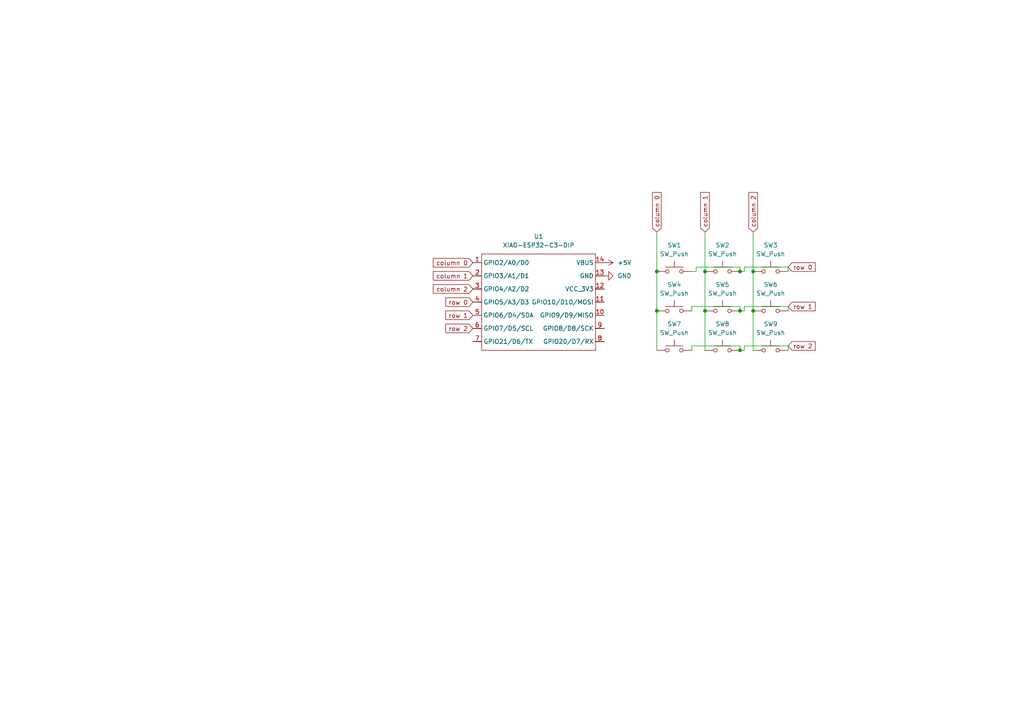
<source format=kicad_sch>
(kicad_sch (version 20250114) (generator "eeschema") (generator_version "9.0")
  (paper "A4")
  (lib_symbols
    (symbol "Seeed_Studio_XIAO_Series:XIAO-ESP32-C3-DIP"
      (property "Reference" "U" (at 1.016 2.794 0))
      (property "Value" "XIAO-ESP32-C3-DIP" (at 7.62 1.016 0))
      (symbol "XIAO-ESP32-C3-DIP_1_0"
        (polyline (pts (xy 0 0) (xy 33.02 0)) (stroke (width 0.1524)))
        (polyline (pts (xy 0 -2.54) (xy -1.27 -2.54)) (stroke (width 0.1524)))
        (polyline (pts (xy 0 -2.54) (xy 0 0)) (stroke (width 0.1524)))
        (polyline (pts (xy 0 -6.35) (xy -1.27 -6.35)) (stroke (width 0.1524)))
        (polyline (pts (xy 0 -6.35) (xy 0 -2.54)) (stroke (width 0.1524)))
        (polyline (pts (xy 0 -10.16) (xy -1.27 -10.16)) (stroke (width 0.1524)))
        (polyline (pts (xy 0 -10.16) (xy 0 -6.35)) (stroke (width 0.1524)))
        (polyline (pts (xy 0 -13.97) (xy -1.27 -13.97)) (stroke (width 0.1524)))
        (polyline (pts (xy 0 -13.97) (xy 0 -10.16)) (stroke (width 0.1524)))
        (polyline (pts (xy 0 -17.78) (xy -1.27 -17.78)) (stroke (width 0.1524)))
        (polyline (pts (xy 0 -21.59) (xy -1.27 -21.59)) (stroke (width 0.1524)))
        (polyline (pts (xy 0 -25.4) (xy -1.27 -25.4)) (stroke (width 0.1524)))
        (polyline (pts (xy 0 -27.94) (xy 0 -13.97)) (stroke (width 0.1524)))
        (polyline (pts (xy 33.02 0) (xy 33.02 -2.54)) (stroke (width 0.1524)))
        (polyline (pts (xy 33.02 -2.54) (xy 33.02 -6.35)) (stroke (width 0.1524)))
        (polyline (pts (xy 33.02 -6.35) (xy 33.02 -10.16)) (stroke (width 0.1524)))
        (polyline (pts (xy 33.02 -10.16) (xy 33.02 -27.94)) (stroke (width 0.1524)))
        (polyline (pts (xy 33.02 -27.94) (xy 0 -27.94)) (stroke (width 0.1524)))
        (polyline (pts (xy 34.29 -2.54) (xy 33.02 -2.54)) (stroke (width 0.1524)))
        (polyline (pts (xy 34.29 -6.35) (xy 33.02 -6.35)) (stroke (width 0.1524)))
        (polyline (pts (xy 34.29 -10.16) (xy 33.02 -10.16)) (stroke (width 0.1524)))
        (polyline (pts (xy 34.29 -13.97) (xy 33.02 -13.97)) (stroke (width 0.1524)))
        (polyline (pts (xy 34.29 -17.78) (xy 33.02 -17.78)) (stroke (width 0.1524)))
        (polyline (pts (xy 34.29 -21.59) (xy 33.02 -21.59)) (stroke (width 0.1524)))
        (polyline (pts (xy 34.29 -25.4) (xy 33.02 -25.4)) (stroke (width 0.1524)))
        (pin passive line (at -2.54 -2.54 0) (length 2.54) (name "GPIO2/A0/D0") (number "1"))
        (pin passive line (at -2.54 -6.35 0) (length 2.54) (name "GPIO3/A1/D1") (number "2"))
        (pin passive line (at -2.54 -10.16 0) (length 2.54) (name "GPIO4/A2/D2") (number "3"))
        (pin passive line (at -2.54 -13.97 0) (length 2.54) (name "GPIO5/A3/D3") (number "4"))
        (pin passive line (at -2.54 -17.78 0) (length 2.54) (name "GPIO6/D4/SDA") (number "5"))
        (pin passive line (at -2.54 -21.59 0) (length 2.54) (name "GPIO7/D5/SCL") (number "6"))
        (pin passive line (at -2.54 -25.4 0) (length 2.54) (name "GPIO21/D6/TX") (number "7"))
        (pin passive line (at 35.56 -2.54 180) (length 2.54) (name "VBUS") (number "14"))
        (pin passive line (at 35.56 -6.35 180) (length 2.54) (name "GND") (number "13"))
        (pin passive line (at 35.56 -10.16 180) (length 2.54) (name "VCC_3V3") (number "12"))
        (pin passive line (at 35.56 -13.97 180) (length 2.54) (name "GPIO10/D10/MOSI") (number "11"))
        (pin passive line (at 35.56 -17.78 180) (length 2.54) (name "GPIO9/D9/MISO") (number "10"))
        (pin passive line (at 35.56 -21.59 180) (length 2.54) (name "GPIO8/D8/SCK") (number "9"))
        (pin passive line (at 35.56 -25.4 180) (length 2.54) (name "GPIO20/D7/RX") (number "8"))
      )
    )
    (symbol "Switch:SW_Push" (pin_numbers (hide yes)) (pin_names (offset 1.016) (hide yes))
      (property "Reference" "SW" (at 1.27 2.54 0))
      (property "Value" "SW_Push" (at 0 -1.524 0))
      (symbol "SW_Push_0_1"
        (circle (center -2.032 0) (radius 0.508))
        (polyline (pts (xy 0 1.27) (xy 0 3.048)))
        (circle (center 2.032 0) (radius 0.508))
        (polyline (pts (xy 2.54 1.27) (xy -2.54 1.27)))
        (pin passive line (at -5.08 0 0) (length 2.54) (name "1") (number "1"))
        (pin passive line (at 5.08 0 180) (length 2.54) (name "2") (number "2"))
      )
    )
    (symbol "power:+5V" (power) (pin_numbers (hide yes)) (pin_names (offset 0) (hide yes))
      (property "Value" "+5V" (at 0 3.556 0))
      (symbol "+5V_0_1"
        (polyline (pts (xy -0.762 1.27) (xy 0 2.54)))
        (polyline (pts (xy 0 2.54) (xy 0.762 1.27)))
        (polyline (pts (xy 0 0) (xy 0 2.54)))
      )
      (symbol "+5V_1_1"
        (pin power_in line (at 0 0 90) (length 0) (name "~") (number "1"))
      )
    )
    (symbol "power:GND" (power) (pin_numbers (hide yes)) (pin_names (offset 0) (hide yes))
      (property "Value" "GND" (at 0 -3.81 0))
      (symbol "GND_0_1"
        (polyline (pts (xy 0 0) (xy 0 -1.27) (xy 1.27 -1.27) (xy 0 -2.54) (xy -1.27 -1.27) (xy 0 -1.27)))
      )
      (symbol "GND_1_1"
        (pin power_in line (at 0 0 270) (length 0) (name "~") (number "1"))
      )
    )
  )
  (junction (at 204.47 78.74))
  (junction (at 190.5 90.17))
  (junction (at 190.5 78.74))
  (junction (at 214.63 78.74))
  (junction (at 204.47 90.17))
  (junction (at 218.44 90.17))
  (junction (at 214.63 101.6))
  (junction (at 218.44 78.74))
  (junction (at 214.63 90.17))
  (wire (pts (xy 200.66 100.33) (xy 214.63 100.33)))
  (wire (pts (xy 200.66 90.17) (xy 200.66 88.9)))
  (wire (pts (xy 190.5 90.17) (xy 190.5 101.6)))
  (wire (pts (xy 200.66 78.74) (xy 201.93 78.74)))
  (wire (pts (xy 215.9 90.17) (xy 215.9 88.9)))
  (wire (pts (xy 215.9 78.74) (xy 215.9 77.47)))
  (wire (pts (xy 190.5 67.31) (xy 190.5 78.74)))
  (wire (pts (xy 215.9 88.9) (xy 228.6 88.9)))
  (wire (pts (xy 214.63 77.47) (xy 214.63 78.74)))
  (wire (pts (xy 204.47 90.17) (xy 204.47 101.6)))
  (wire (pts (xy 200.66 101.6) (xy 200.66 100.33)))
  (wire (pts (xy 204.47 67.31) (xy 204.47 78.74)))
  (wire (pts (xy 218.44 90.17) (xy 218.44 101.6)))
  (wire (pts (xy 228.6 100.33) (xy 228.6 101.6)))
  (wire (pts (xy 215.9 100.33) (xy 228.6 100.33)))
  (wire (pts (xy 215.9 101.6) (xy 215.9 100.33)))
  (wire (pts (xy 218.44 67.31) (xy 218.44 78.74)))
  (wire (pts (xy 215.9 77.47) (xy 228.6 77.47)))
  (wire (pts (xy 190.5 78.74) (xy 190.5 90.17)))
  (wire (pts (xy 201.93 77.47) (xy 214.63 77.47)))
  (wire (pts (xy 214.63 88.9) (xy 214.63 90.17)))
  (wire (pts (xy 214.63 78.74) (xy 215.9 78.74)))
  (wire (pts (xy 201.93 78.74) (xy 201.93 77.47)))
  (wire (pts (xy 214.63 101.6) (xy 215.9 101.6)))
  (wire (pts (xy 214.63 100.33) (xy 214.63 101.6)))
  (wire (pts (xy 214.63 90.17) (xy 215.9 90.17)))
  (wire (pts (xy 204.47 78.74) (xy 204.47 90.17)))
  (wire (pts (xy 200.66 88.9) (xy 214.63 88.9)))
  (wire (pts (xy 228.6 88.9) (xy 228.6 90.17)))
  (wire (pts (xy 228.6 77.47) (xy 228.6 78.74)))
  (wire (pts (xy 218.44 78.74) (xy 218.44 90.17)))
  (global_label "column 0" (shape input) (at 190.5 67.31 90) (property "Intersheetrefs" "${INTERSHEET_REFS}" (effects (hide yes))))
  (global_label "column 2" (shape input) (at 137.16 83.82 180) (property "Intersheetrefs" "${INTERSHEET_REFS}" (effects (hide yes))))
  (global_label "row 1" (shape input) (at 137.16 91.44 180) (property "Intersheetrefs" "${INTERSHEET_REFS}" (effects (hide yes))))
  (global_label "row 1" (shape input) (at 228.6 88.9 0) (property "Intersheetrefs" "${INTERSHEET_REFS}" (effects (hide yes))))
  (global_label "column 2" (shape input) (at 218.44 67.31 90) (property "Intersheetrefs" "${INTERSHEET_REFS}" (effects (hide yes))))
  (global_label "row 2" (shape input) (at 137.16 95.25 180) (property "Intersheetrefs" "${INTERSHEET_REFS}" (effects (hide yes))))
  (global_label "row 0" (shape input) (at 137.16 87.63 180) (property "Intersheetrefs" "${INTERSHEET_REFS}" (effects (hide yes))))
  (global_label "row 2" (shape input) (at 228.6 100.33 0) (property "Intersheetrefs" "${INTERSHEET_REFS}" (effects (hide yes))))
  (global_label "column 1" (shape input) (at 137.16 80.01 180) (property "Intersheetrefs" "${INTERSHEET_REFS}" (effects (hide yes))))
  (global_label "column 0" (shape input) (at 137.16 76.2 180) (property "Intersheetrefs" "${INTERSHEET_REFS}" (effects (hide yes))))
  (global_label "row 0" (shape input) (at 228.6 77.47 0) (property "Intersheetrefs" "${INTERSHEET_REFS}" (effects (hide yes))))
  (global_label "column 1" (shape input) (at 204.47 67.31 90) (property "Intersheetrefs" "${INTERSHEET_REFS}" (effects (hide yes))))
  (symbol (lib_id "Switch:SW_Push") (at 223.52 78.74 0) (unit 1)
    (property "Reference" "SW3" (at 223.52 71.12 0))
    (property "Value" "SW_Push" (at 223.52 73.66 0))
    (property "Footprint" "Button_Switch_Keyboard:SW_Cherry_MX_1.00u_PCB" (effects (hide yes)))
    (property "Description" "Push button switch, generic, two pins" (effects (hide yes)))
  )
  (symbol (lib_id "Switch:SW_Push") (at 195.58 90.17 0) (unit 1)
    (property "Reference" "SW4" (at 195.58 82.55 0))
    (property "Value" "SW_Push" (at 195.58 85.09 0))
    (property "Footprint" "Button_Switch_Keyboard:SW_Cherry_MX_1.00u_PCB" (effects (hide yes)))
    (property "Description" "Push button switch, generic, two pins" (effects (hide yes)))
  )
  (symbol (lib_id "Switch:SW_Push") (at 223.52 90.17 0) (unit 1)
    (property "Reference" "SW6" (at 223.52 82.55 0))
    (property "Value" "SW_Push" (at 223.52 85.09 0))
    (property "Footprint" "Button_Switch_Keyboard:SW_Cherry_MX_1.00u_PCB" (effects (hide yes)))
    (property "Description" "Push button switch, generic, two pins" (effects (hide yes)))
  )
  (symbol (lib_id "Switch:SW_Push") (at 209.55 101.6 0) (unit 1)
    (property "Reference" "SW8" (at 209.55 93.98 0))
    (property "Value" "SW_Push" (at 209.55 96.52 0))
    (property "Footprint" "Button_Switch_Keyboard:SW_Cherry_MX_1.00u_PCB" (effects (hide yes)))
    (property "Description" "Push button switch, generic, two pins" (effects (hide yes)))
  )
  (symbol (lib_id "Seeed_Studio_XIAO_Series:XIAO-ESP32-C3-DIP") (at 139.7 73.66 0) (unit 1)
    (property "Reference" "U1" (at 156.21 68.58 0))
    (property "Value" "XIAO-ESP32-C3-DIP" (at 156.21 71.12 0))
    (property "Footprint" "Seeed Studio XIAO Series Library:XIAO-RP2040-DIP" (effects (hide yes)))
  )
  (symbol (lib_id "Switch:SW_Push") (at 209.55 78.74 0) (unit 1)
    (property "Reference" "SW2" (at 209.55 71.12 0))
    (property "Value" "SW_Push" (at 209.55 73.66 0))
    (property "Footprint" "Button_Switch_Keyboard:SW_Cherry_MX_1.00u_PCB" (effects (hide yes)))
    (property "Description" "Push button switch, generic, two pins" (effects (hide yes)))
  )
  (symbol (lib_id "power:+5V") (at 175.26 76.2 270) (unit 1)
    (property "Reference" "#PWR02" (effects (hide yes)))
    (property "Value" "+5V" (at 179.07 76.1999 90) (effects (justify left)))
    (property "Description" "Power symbol creates a global label with name \"+5V\"" (effects (hide yes)))
  )
  (symbol (lib_id "power:GND") (at 175.26 80.01 90) (unit 1)
    (property "Reference" "#PWR01" (effects (hide yes)))
    (property "Value" "GND" (at 179.07 80.0099 90) (effects (justify right)))
    (property "Description" "Power symbol creates a global label with name \"GND\" , ground" (effects (hide yes)))
  )
  (symbol (lib_id "Switch:SW_Push") (at 223.52 101.6 0) (unit 1)
    (property "Reference" "SW9" (at 223.52 93.98 0))
    (property "Value" "SW_Push" (at 223.52 96.52 0))
    (property "Footprint" "Button_Switch_Keyboard:SW_Cherry_MX_1.00u_PCB" (effects (hide yes)))
    (property "Description" "Push button switch, generic, two pins" (effects (hide yes)))
  )
  (symbol (lib_id "Switch:SW_Push") (at 195.58 78.74 0) (unit 1)
    (property "Reference" "SW1" (at 195.58 71.12 0))
    (property "Value" "SW_Push" (at 195.58 73.66 0))
    (property "Footprint" "Button_Switch_Keyboard:SW_Cherry_MX_1.00u_PCB" (effects (hide yes)))
    (property "Description" "Push button switch, generic, two pins" (effects (hide yes)))
  )
  (symbol (lib_id "Switch:SW_Push") (at 209.55 90.17 0) (unit 1)
    (property "Reference" "SW5" (at 209.55 82.55 0))
    (property "Value" "SW_Push" (at 209.55 85.09 0))
    (property "Footprint" "Button_Switch_Keyboard:SW_Cherry_MX_1.00u_PCB" (effects (hide yes)))
    (property "Description" "Push button switch, generic, two pins" (effects (hide yes)))
  )
  (symbol (lib_id "Switch:SW_Push") (at 195.58 101.6 0) (unit 1)
    (property "Reference" "SW7" (at 195.58 93.98 0))
    (property "Value" "SW_Push" (at 195.58 96.52 0))
    (property "Footprint" "Button_Switch_Keyboard:SW_Cherry_MX_1.00u_PCB" (effects (hide yes)))
    (property "Description" "Push button switch, generic, two pins" (effects (hide yes)))
  )
)
</source>
